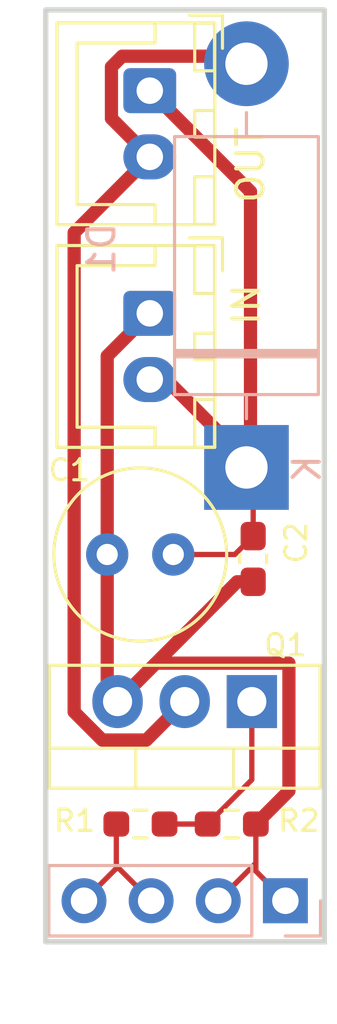
<source format=kicad_pcb>
(kicad_pcb (version 20241229) (generator "pcbnew") (generator_version "9.0")
  (layers (0 "F.Cu" signal) (2 "B.Cu" signal) (13 "F.Paste" user) (15 "B.Paste" user) (5 "F.SilkS" user "F.Silkscreen") (7 "B.SilkS" user "B.Silkscreen") (1 "F.Mask" user) (3 "B.Mask" user) (25 "Edge.Cuts" user))
  (net 0 "")
  (net 1 "GND")
  (net 2 "Net-(D1-K)")
  (net 3 "Net-(D1-A)")
  (net 4 "Net-(Q1-G)")
  (net 5 "Net-(J1-Pin_3)")
  (footprint "Connector_JST:JST_XH_B2B-XH-A_1x02_P2.50mm_Vertical" (layer "F.Cu") (at 118.872 71.882 -90)
    (property "Reference" "OUT" (at 2.794 -3.81 90) (layer "F.SilkS"))
    (property "Value" "Conn_01x02")
    (fp_line (start -2.56 3.51) (end 5.06 3.51) (stroke (width 0.12)) (layer "F.SilkS"))
    (fp_line (start 5.06 3.51) (end 5.06 -2.46) (stroke (width 0.12)) (layer "F.SilkS"))
    (fp_line (start -1.8 2.75) (end 1.25 2.75) (stroke (width 0.12)) (layer "F.SilkS"))
    (fp_line (start 4.3 2.75) (end 1.25 2.75) (stroke (width 0.12)) (layer "F.SilkS"))
    (fp_line (start -2.55 -0.2) (end -1.8 -0.2) (stroke (width 0.12)) (layer "F.SilkS"))
    (fp_line (start -1.8 -0.2) (end -1.8 2.75) (stroke (width 0.12)) (layer "F.SilkS"))
    (fp_line (start 4.3 -0.2) (end 4.3 2.75) (stroke (width 0.12)) (layer "F.SilkS"))
    (fp_line (start 5.05 -0.2) (end 4.3 -0.2) (stroke (width 0.12)) (layer "F.SilkS"))
    (fp_line (start -2.55 -1.7) (end -0.75 -1.7) (stroke (width 0.12)) (layer "F.SilkS"))
    (fp_line (start -0.75 -1.7) (end -0.75 -2.45) (stroke (width 0.12)) (layer "F.SilkS"))
    (fp_line (start 0.75 -1.7) (end 1.75 -1.7) (stroke (width 0.12)) (layer "F.SilkS"))
    (fp_line (start 1.75 -1.7) (end 1.75 -2.45) (stroke (width 0.12)) (layer "F.SilkS"))
    (fp_line (start 3.25 -1.7) (end 5.05 -1.7) (stroke (width 0.12)) (layer "F.SilkS"))
    (fp_line (start 5.05 -1.7) (end 5.05 -2.45) (stroke (width 0.12)) (layer "F.SilkS"))
    (fp_line (start -2.55 -2.45) (end -2.55 -1.7) (stroke (width 0.12)) (layer "F.SilkS"))
    (fp_line (start -0.75 -2.45) (end -2.55 -2.45) (stroke (width 0.12)) (layer "F.SilkS"))
    (fp_line (start 0.75 -2.45) (end 0.75 -1.7) (stroke (width 0.12)) (layer "F.SilkS"))
    (fp_line (start 1.75 -2.45) (end 0.75 -2.45) (stroke (width 0.12)) (layer "F.SilkS"))
    (fp_line (start 3.25 -2.45) (end 3.25 -1.7) (stroke (width 0.12)) (layer "F.SilkS"))
    (fp_line (start 5.05 -2.45) (end 3.25 -2.45) (stroke (width 0.12)) (layer "F.SilkS"))
    (fp_line (start -2.56 -2.46) (end -2.56 3.51) (stroke (width 0.12)) (layer "F.SilkS"))
    (fp_line (start 5.06 -2.46) (end -2.56 -2.46) (stroke (width 0.12)) (layer "F.SilkS"))
    (fp_line (start -2.85 -2.75) (end -2.85 -1.5) (stroke (width 0.12)) (layer "F.SilkS"))
    (fp_line (start -1.6 -2.75) (end -2.85 -2.75) (stroke (width 0.12)) (layer "F.SilkS"))
    (pad "1" thru_hole roundrect (at 0 0 270) (size 1.7 2) (drill 1) (layers "*.Cu" "*.Mask") (roundrect_rratio 0.147059) (net 2 "Net-(D1-K)"))
    (pad "2" thru_hole oval (at 2.5 0 270) (size 1.7 2) (drill 1) (layers "*.Cu" "*.Mask") (net 3 "Net-(D1-A)"))
  )
  (footprint "Connector_JST:JST_XH_B2B-XH-A_1x02_P2.50mm_Vertical" (layer "F.Cu") (at 118.872 80.288 -90)
    (property "Reference" "IN" (at -0.3288 -3.6576 90) (layer "F.SilkS"))
    (property "Value" "Conn_01x02")
    (fp_line (start -2.56 3.51) (end 5.06 3.51) (stroke (width 0.12)) (layer "F.SilkS"))
    (fp_line (start 5.06 3.51) (end 5.06 -2.46) (stroke (width 0.12)) (layer "F.SilkS"))
    (fp_line (start -1.8 2.75) (end 1.25 2.75) (stroke (width 0.12)) (layer "F.SilkS"))
    (fp_line (start 4.3 2.75) (end 1.25 2.75) (stroke (width 0.12)) (layer "F.SilkS"))
    (fp_line (start -2.55 -0.2) (end -1.8 -0.2) (stroke (width 0.12)) (layer "F.SilkS"))
    (fp_line (start -1.8 -0.2) (end -1.8 2.75) (stroke (width 0.12)) (layer "F.SilkS"))
    (fp_line (start 4.3 -0.2) (end 4.3 2.75) (stroke (width 0.12)) (layer "F.SilkS"))
    (fp_line (start 5.05 -0.2) (end 4.3 -0.2) (stroke (width 0.12)) (layer "F.SilkS"))
    (fp_line (start -2.55 -1.7) (end -0.75 -1.7) (stroke (width 0.12)) (layer "F.SilkS"))
    (fp_line (start -0.75 -1.7) (end -0.75 -2.45) (stroke (width 0.12)) (layer "F.SilkS"))
    (fp_line (start 0.75 -1.7) (end 1.75 -1.7) (stroke (width 0.12)) (layer "F.SilkS"))
    (fp_line (start 1.75 -1.7) (end 1.75 -2.45) (stroke (width 0.12)) (layer "F.SilkS"))
    (fp_line (start 3.25 -1.7) (end 5.05 -1.7) (stroke (width 0.12)) (layer "F.SilkS"))
    (fp_line (start 5.05 -1.7) (end 5.05 -2.45) (stroke (width 0.12)) (layer "F.SilkS"))
    (fp_line (start -2.55 -2.45) (end -2.55 -1.7) (stroke (width 0.12)) (layer "F.SilkS"))
    (fp_line (start -0.75 -2.45) (end -2.55 -2.45) (stroke (width 0.12)) (layer "F.SilkS"))
    (fp_line (start 0.75 -2.45) (end 0.75 -1.7) (stroke (width 0.12)) (layer "F.SilkS"))
    (fp_line (start 1.75 -2.45) (end 0.75 -2.45) (stroke (width 0.12)) (layer "F.SilkS"))
    (fp_line (start 3.25 -2.45) (end 3.25 -1.7) (stroke (width 0.12)) (layer "F.SilkS"))
    (fp_line (start 5.05 -2.45) (end 3.25 -2.45) (stroke (width 0.12)) (layer "F.SilkS"))
    (fp_line (start -2.56 -2.46) (end -2.56 3.51) (stroke (width 0.12)) (layer "F.SilkS"))
    (fp_line (start 5.06 -2.46) (end -2.56 -2.46) (stroke (width 0.12)) (layer "F.SilkS"))
    (fp_line (start -2.85 -2.75) (end -2.85 -1.5) (stroke (width 0.12)) (layer "F.SilkS"))
    (fp_line (start -1.6 -2.75) (end -2.85 -2.75) (stroke (width 0.12)) (layer "F.SilkS"))
    (pad "1" thru_hole roundrect (at 0 0 270) (size 1.7 2) (drill 1) (layers "*.Cu" "*.Mask") (roundrect_rratio 0.147059) (net 1 "GND"))
    (pad "2" thru_hole oval (at 2.5 0 270) (size 1.7 2) (drill 1) (layers "*.Cu" "*.Mask") (net 2 "Net-(D1-K)"))
  )
  (footprint "Capacitor_SMD:C_0603_1608Metric_Pad1.08x0.95mm_HandSolder" (layer "F.Cu") (at 122.7836 89.5604 -90)
    (property "Reference" "C2" (at -0.6085 -1.6256 90) (layer "F.SilkS") (effects (font (size 0.8 0.8) (thickness 0.12))))
    (property "Value" "0.1u")
    (fp_line (start -0.146267 0.51) (end 0.146267 0.51) (stroke (width 0.12)) (layer "F.SilkS"))
    (fp_line (start -0.146267 -0.51) (end 0.146267 -0.51) (stroke (width 0.12)) (layer "F.SilkS"))
    (pad "1" smd roundrect (at -0.8625 0 270) (size 1.075 0.95) (layers "F.Cu" "F.Mask" "F.Paste") (net 2 "Net-(D1-K)"))
    (pad "2" smd roundrect (at 0.8625 0 270) (size 1.075 0.95) (layers "F.Cu" "F.Mask" "F.Paste") (net 1 "GND"))
  )
  (footprint "Resistor_SMD:R_0603_1608Metric_Pad0.98x0.95mm_HandSolder" (layer "F.Cu") (at 118.5183 99.568)
    (property "Reference" "R1" (at -2.4911 -0.127 0) (layer "F.SilkS") (effects (font (size 0.8 0.8) (thickness 0.12))))
    (property "Value" "100")
    (fp_line (start -0.254724 -0.5225) (end 0.254724 -0.5225) (stroke (width 0.12)) (layer "F.SilkS"))
    (fp_line (start -0.254724 0.5225) (end 0.254724 0.5225) (stroke (width 0.12)) (layer "F.SilkS"))
    (pad "1" smd roundrect (at -0.9125 0) (size 0.975 0.95) (layers "F.Cu" "F.Mask" "F.Paste") (net 5 "Net-(J1-Pin_3)"))
    (pad "2" smd roundrect (at 0.9125 0) (size 0.975 0.95) (layers "F.Cu" "F.Mask" "F.Paste") (net 4 "Net-(Q1-G)"))
  )
  (footprint "Resistor_SMD:R_0603_1608Metric_Pad0.98x0.95mm_HandSolder" (layer "F.Cu") (at 121.9727 99.568 180)
    (property "Reference" "R2" (at -2.5381 0.127 0) (layer "F.SilkS") (effects (font (size 0.8 0.8) (thickness 0.12))))
    (property "Value" "10K")
    (fp_line (start -0.254724 0.5225) (end 0.254724 0.5225) (stroke (width 0.12)) (layer "F.SilkS"))
    (fp_line (start -0.254724 -0.5225) (end 0.254724 -0.5225) (stroke (width 0.12)) (layer "F.SilkS"))
    (pad "1" smd roundrect (at -0.9125 0 180) (size 0.975 0.95) (layers "F.Cu" "F.Mask" "F.Paste") (net 1 "GND"))
    (pad "2" smd roundrect (at 0.9125 0 180) (size 0.975 0.95) (layers "F.Cu" "F.Mask" "F.Paste") (net 4 "Net-(Q1-G)"))
  )
  (footprint "Package_TO_SOT_THT:TO-220-3_Vertical" (layer "F.Cu") (at 122.7328 94.9452 180)
    (property "Reference" "Q1" (at -1.27 2.1336 0) (layer "F.SilkS") (effects (font (size 0.8 0.8) (thickness 0.12))))
    (property "Value" "IRLZ44N")
    (fp_line (start 7.66 -3.27) (end 7.66 1.371) (stroke (width 0.12)) (layer "F.SilkS"))
    (fp_line (start 4.391 -3.27) (end 4.391 -1.76) (stroke (width 0.12)) (layer "F.SilkS"))
    (fp_line (start 0.69 -3.27) (end 0.69 -1.76) (stroke (width 0.12)) (layer "F.SilkS"))
    (fp_line (start -2.58 1.371) (end 7.66 1.371) (stroke (width 0.12)) (layer "F.SilkS"))
    (fp_line (start -2.58 -1.76) (end 7.66 -1.76) (stroke (width 0.12)) (layer "F.SilkS"))
    (fp_line (start -2.58 -3.27) (end 7.66 -3.27) (stroke (width 0.12)) (layer "F.SilkS"))
    (fp_line (start -2.58 -3.27) (end -2.58 1.371) (stroke (width 0.12)) (layer "F.SilkS"))
    (pad "1" thru_hole rect (at 0 0 180) (size 1.905 2) (drill 1.1) (layers "*.Cu" "*.Mask") (net 4 "Net-(Q1-G)"))
    (pad "2" thru_hole oval (at 2.54 0 180) (size 1.905 2) (drill 1.1) (layers "*.Cu" "*.Mask") (net 3 "Net-(D1-A)"))
    (pad "3" thru_hole oval (at 5.08 0 180) (size 1.905 2) (drill 1.1) (layers "*.Cu" "*.Mask") (net 1 "GND"))
  )
  (footprint "Capacitor_THT:C_Radial_D6.3mm_H11.0mm_P2.50mm" (layer "F.Cu") (at 119.761 89.392 180)
    (property "Reference" "C1" (at 3.937 3.1844 0) (layer "F.SilkS") (effects (font (size 0.8 0.8) (thickness 0.12))))
    (property "Value" "47u")
    (fp_circle (center 1.25 0) (end 4.52 0) (stroke (width 0.12)) (fill no) (layer "F.SilkS"))
    (pad "1" thru_hole circle (at 0 0 180) (size 1.6 1.6) (drill 0.8) (layers "*.Cu" "*.Mask") (net 2 "Net-(D1-K)"))
    (pad "2" thru_hole circle (at 2.5 0 180) (size 1.6 1.6) (drill 0.8) (layers "*.Cu" "*.Mask") (net 1 "GND"))
  )
  (footprint "Diode_THT:D_DO-201AD_P15.24mm_Horizontal" (layer "B.Cu") (at 122.5296 86.106 90)
    (property "Reference" "D1" (at 8.251 -5.4864 90) (layer "B.SilkS") (effects (justify mirror)))
    (property "Value" "1N5822")
    (fp_line (start 12.49 -2.72) (end 12.49 2.72) (stroke (width 0.12)) (layer "B.SilkS"))
    (fp_line (start 2.75 -2.72) (end 12.49 -2.72) (stroke (width 0.12)) (layer "B.SilkS"))
    (fp_line (start 13.4 0) (end 12.49 0) (stroke (width 0.12)) (layer "B.SilkS"))
    (fp_line (start 1.84 0) (end 2.75 0) (stroke (width 0.12)) (layer "B.SilkS"))
    (fp_line (start 12.49 2.72) (end 2.75 2.72) (stroke (width 0.12)) (layer "B.SilkS"))
    (fp_line (start 4.415 2.72) (end 4.415 -2.72) (stroke (width 0.12)) (layer "B.SilkS"))
    (fp_line (start 4.295 2.72) (end 4.295 -2.72) (stroke (width 0.12)) (layer "B.SilkS"))
    (fp_line (start 4.175 2.72) (end 4.175 -2.72) (stroke (width 0.12)) (layer "B.SilkS"))
    (fp_line (start 2.75 2.72) (end 2.75 -2.72) (stroke (width 0.12)) (layer "B.SilkS"))
    (fp_text user "K" (at -0.0508 2.286 90) (layer "B.SilkS") (effects (justify mirror)))
    (pad "1" thru_hole rect (at 0 0 90) (size 3.2 3.2) (drill 1.6) (layers "*.Cu" "*.Mask") (net 2 "Net-(D1-K)"))
    (pad "2" thru_hole oval (at 15.24 0 90) (size 3.2 3.2) (drill 1.6) (layers "*.Cu" "*.Mask") (net 3 "Net-(D1-A)"))
  )
  (footprint "Connector_PinHeader_2.54mm:PinHeader_1x04_P2.54mm_Vertical" (layer "B.Cu") (at 124.0028 102.4636 90)
    (property "Reference" "J1" (hide yes))
    (property "Value" "Conn_01x04")
    (fp_line (start -1.33 -8.95) (end 1.33 -8.95) (stroke (width 0.12)) (layer "B.SilkS"))
    (fp_line (start 1.33 -1.27) (end 1.33 -8.95) (stroke (width 0.12)) (layer "B.SilkS"))
    (fp_line (start -1.33 -1.27) (end -1.33 -8.95) (stroke (width 0.12)) (layer "B.SilkS"))
    (fp_line (start -1.33 -1.27) (end 1.33 -1.27) (stroke (width 0.12)) (layer "B.SilkS"))
    (fp_line (start -1.33 0) (end -1.33 1.33) (stroke (width 0.12)) (layer "B.SilkS"))
    (fp_line (start -1.33 1.33) (end 0 1.33) (stroke (width 0.12)) (layer "B.SilkS"))
    (pad "1" thru_hole rect (at 0 0 90) (size 1.7 1.7) (drill 1) (layers "*.Cu" "*.Mask") (net 1 "GND"))
    (pad "2" thru_hole oval (at 0 -2.54 90) (size 1.7 1.7) (drill 1) (layers "*.Cu" "*.Mask") (net 1 "GND"))
    (pad "3" thru_hole oval (at 0 -5.08 90) (size 1.7 1.7) (drill 1) (layers "*.Cu" "*.Mask") (net 5 "Net-(J1-Pin_3)"))
    (pad "4" thru_hole oval (at 0 -7.62 90) (size 1.7 1.7) (drill 1) (layers "*.Cu" "*.Mask") (net 5 "Net-(J1-Pin_3)"))
  )
  (gr_poly (pts (xy 125.476 104.013) (xy 125.476 68.834) (xy 114.935 68.834) (xy 114.935 104.013)) (stroke (width 0.2)) (fill no) (layer "Edge.Cuts"))
  (segment (start 117.6528 94.9452) (end 119.1038 93.4942) (width 0.5) (layer "F.Cu") (net 1))
  (segment (start 117.261 81.899) (end 117.261 89.392) (width 0.5) (layer "F.Cu") (net 1))
  (segment (start 122.8852 101.346) (end 122.8852 101.0412) (width 0.2) (layer "F.Cu") (net 1))
  (segment (start 124.1363 98.3169) (end 122.8852 99.568) (width 0.5) (layer "F.Cu") (net 1))
  (segment (start 118.872 80.288) (end 117.261 81.899) (width 0.5) (layer "F.Cu") (net 1))
  (segment (start 124.1363 93.4942) (end 124.1363 98.3169) (width 0.5) (layer "F.Cu") (net 1))
  (segment (start 121.4628 102.4636) (end 122.8852 101.0412) (width 0.2) (layer "F.Cu") (net 1))
  (segment (start 124.0028 102.4636) (end 122.8852 101.346) (width 0.2) (layer "F.Cu") (net 1))
  (segment (start 122.1751 90.4229) (end 122.7836 90.4229) (width 0.5) (layer "F.Cu") (net 1))
  (segment (start 119.1038 93.4942) (end 124.1363 93.4942) (width 0.5) (layer "F.Cu") (net 1))
  (segment (start 117.6528 94.9452) (end 122.1751 90.4229) (width 0.5) (layer "F.Cu") (net 1))
  (segment (start 122.8852 101.0412) (end 122.8852 99.568) (width 0.2) (layer "F.Cu") (net 1))
  (segment (start 117.261 89.392) (end 117.261 94.5534) (width 0.5) (layer "F.Cu") (net 1))
  (segment (start 117.261 94.5534) (end 117.6528 94.9452) (width 0.5) (layer "F.Cu") (net 1))
  (segment (start 119.491 82.788) (end 122.682 85.979) (width 0.5) (layer "F.Cu") (net 2))
  (segment (start 122.0895 89.392) (end 122.7836 88.6979) (width 0.2) (layer "F.Cu") (net 2))
  (segment (start 122.7836 88.6979) (end 122.7836 86.0806) (width 0.2) (layer "F.Cu") (net 2))
  (segment (start 122.682 75.692) (end 122.682 85.979) (width 0.5) (layer "F.Cu") (net 2))
  (segment (start 118.872 71.882) (end 122.682 75.692) (width 0.5) (layer "F.Cu") (net 2))
  (segment (start 122.7836 86.0806) (end 122.682 85.979) (width 0.2) (layer "F.Cu") (net 2))
  (segment (start 119.761 89.392) (end 122.0895 89.392) (width 0.2) (layer "F.Cu") (net 2))
  (segment (start 118.872 82.788) (end 119.491 82.788) (width 0.5) (layer "F.Cu") (net 2))
  (segment (start 116.01 77.244) (end 116.01 95.334749) (width 0.5) (layer "F.Cu") (net 3))
  (segment (start 116.01 95.334749) (end 117.071451 96.3962) (width 0.5) (layer "F.Cu") (net 3))
  (segment (start 117.824708 70.581) (end 122.524 70.581) (width 0.5) (layer "F.Cu") (net 3))
  (segment (start 117.421 72.931) (end 117.421 70.984708) (width 0.5) (layer "F.Cu") (net 3))
  (segment (start 117.421 70.984708) (end 117.824708 70.581) (width 0.5) (layer "F.Cu") (net 3))
  (segment (start 118.7418 96.3962) (end 120.1928 94.9452) (width 0.5) (layer "F.Cu") (net 3))
  (segment (start 122.524 70.581) (end 122.682 70.739) (width 0.5) (layer "F.Cu") (net 3))
  (segment (start 118.872 74.382) (end 116.01 77.244) (width 0.5) (layer "F.Cu") (net 3))
  (segment (start 117.071451 96.3962) (end 118.7418 96.3962) (width 0.5) (layer "F.Cu") (net 3))
  (segment (start 118.872 74.382) (end 117.421 72.931) (width 0.5) (layer "F.Cu") (net 3))
  (segment (start 122.7328 97.8954) (end 121.0602 99.568) (width 0.2) (layer "F.Cu") (net 4))
  (segment (start 122.7328 94.9452) (end 122.7328 97.8954) (width 0.2) (layer "F.Cu") (net 4))
  (segment (start 121.0602 99.568) (end 119.4308 99.568) (width 0.2) (layer "F.Cu") (net 4))
  (segment (start 117.6058 101.2406) (end 117.6058 99.568) (width 0.2) (layer "F.Cu") (net 5))
  (segment (start 118.9228 102.4636) (end 117.6058 101.1466) (width 0.2) (layer "F.Cu") (net 5))
  (segment (start 116.3828 102.4636) (end 117.6058 101.2406) (width 0.2) (layer "F.Cu") (net 5))
  (segment (start 117.6058 101.1466) (end 117.6058 99.568) (width 0.2) (layer "F.Cu") (net 5))
)
</source>
